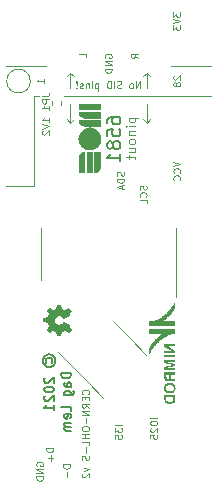
<source format=gbr>
G04 #@! TF.GenerationSoftware,KiCad,Pcbnew,5.1.9-1.fc33*
G04 #@! TF.CreationDate,2021-04-18T22:31:40+02:00*
G04 #@! TF.ProjectId,reDIP-SX,72654449-502d-4535-982e-6b696361645f,0.1*
G04 #@! TF.SameCoordinates,PX5e28010PY8011a50*
G04 #@! TF.FileFunction,Legend,Bot*
G04 #@! TF.FilePolarity,Positive*
%FSLAX46Y46*%
G04 Gerber Fmt 4.6, Leading zero omitted, Abs format (unit mm)*
G04 Created by KiCad (PCBNEW 5.1.9-1.fc33) date 2021-04-18 22:31:40*
%MOMM*%
%LPD*%
G01*
G04 APERTURE LIST*
%ADD10C,0.120000*%
%ADD11C,0.150000*%
%ADD12C,0.100000*%
G04 APERTURE END LIST*
D10*
X3020000Y33020000D02*
X2540000Y33020000D01*
X14381428Y40112858D02*
X14381428Y39741429D01*
X14610000Y39941429D01*
X14610000Y39855715D01*
X14638571Y39798572D01*
X14667142Y39770000D01*
X14724285Y39741429D01*
X14867142Y39741429D01*
X14924285Y39770000D01*
X14952857Y39798572D01*
X14981428Y39855715D01*
X14981428Y40027143D01*
X14952857Y40084286D01*
X14924285Y40112858D01*
X14381428Y39570000D02*
X14981428Y39370000D01*
X14381428Y39170000D01*
X14381428Y39027143D02*
X14381428Y38655715D01*
X14610000Y38855715D01*
X14610000Y38770000D01*
X14638571Y38712858D01*
X14667142Y38684286D01*
X14724285Y38655715D01*
X14867142Y38655715D01*
X14924285Y38684286D01*
X14952857Y38712858D01*
X14981428Y38770000D01*
X14981428Y38941429D01*
X14952857Y38998572D01*
X14924285Y39027143D01*
X7184285Y7792858D02*
X7212857Y7821429D01*
X7241428Y7907143D01*
X7241428Y7964286D01*
X7212857Y8050000D01*
X7155714Y8107143D01*
X7098571Y8135715D01*
X6984285Y8164286D01*
X6898571Y8164286D01*
X6784285Y8135715D01*
X6727142Y8107143D01*
X6670000Y8050000D01*
X6641428Y7964286D01*
X6641428Y7907143D01*
X6670000Y7821429D01*
X6698571Y7792858D01*
X6927142Y7535715D02*
X6927142Y7335715D01*
X7241428Y7250000D02*
X7241428Y7535715D01*
X6641428Y7535715D01*
X6641428Y7250000D01*
X7241428Y6650000D02*
X6955714Y6850000D01*
X7241428Y6992858D02*
X6641428Y6992858D01*
X6641428Y6764286D01*
X6670000Y6707143D01*
X6698571Y6678572D01*
X6755714Y6650000D01*
X6841428Y6650000D01*
X6898571Y6678572D01*
X6927142Y6707143D01*
X6955714Y6764286D01*
X6955714Y6992858D01*
X7241428Y6392858D02*
X6641428Y6392858D01*
X7241428Y6050000D01*
X6641428Y6050000D01*
X7012857Y5764286D02*
X7012857Y5307143D01*
X6641428Y4907143D02*
X6641428Y4792858D01*
X6670000Y4735715D01*
X6727142Y4678572D01*
X6841428Y4650000D01*
X7041428Y4650000D01*
X7155714Y4678572D01*
X7212857Y4735715D01*
X7241428Y4792858D01*
X7241428Y4907143D01*
X7212857Y4964286D01*
X7155714Y5021429D01*
X7041428Y5050000D01*
X6841428Y5050000D01*
X6727142Y5021429D01*
X6670000Y4964286D01*
X6641428Y4907143D01*
X7241428Y4392858D02*
X6641428Y4392858D01*
X6927142Y4392858D02*
X6927142Y4050000D01*
X7241428Y4050000D02*
X6641428Y4050000D01*
X7241428Y3478572D02*
X7241428Y3764286D01*
X6641428Y3764286D01*
X7012857Y3278572D02*
X7012857Y2821429D01*
X7212857Y2564286D02*
X7241428Y2478572D01*
X7241428Y2335715D01*
X7212857Y2278572D01*
X7184285Y2250000D01*
X7127142Y2221429D01*
X7070000Y2221429D01*
X7012857Y2250000D01*
X6984285Y2278572D01*
X6955714Y2335715D01*
X6927142Y2450000D01*
X6898571Y2507143D01*
X6870000Y2535715D01*
X6812857Y2564286D01*
X6755714Y2564286D01*
X6698571Y2535715D01*
X6670000Y2507143D01*
X6641428Y2450000D01*
X6641428Y2307143D01*
X6670000Y2221429D01*
X6841428Y1564286D02*
X7241428Y1421429D01*
X6841428Y1278572D01*
X6698571Y1078572D02*
X6670000Y1050000D01*
X6641428Y992858D01*
X6641428Y850000D01*
X6670000Y792858D01*
X6698571Y764286D01*
X6755714Y735715D01*
X6812857Y735715D01*
X6898571Y764286D01*
X7241428Y1107143D01*
X7241428Y735715D01*
X5670000Y30740000D02*
X5370000Y31040000D01*
X5970000Y31040000D02*
X5670000Y30740000D01*
X5670000Y32370000D02*
X5670000Y30740000D01*
X5670000Y33690000D02*
X5670000Y34980000D01*
X5670000Y34980000D02*
X5970000Y34680000D01*
X5370000Y34680000D02*
X5670000Y34980000D01*
X12130000Y34980000D02*
X12430000Y34680000D01*
X11830000Y34680000D02*
X12130000Y34980000D01*
X12130000Y33690000D02*
X12130000Y34980000D01*
X11580000Y33688572D02*
X11580000Y34288572D01*
X11237142Y33688572D01*
X11237142Y34288572D01*
X10865714Y33688572D02*
X10922857Y33717143D01*
X10951428Y33745715D01*
X10980000Y33802858D01*
X10980000Y33974286D01*
X10951428Y34031429D01*
X10922857Y34060000D01*
X10865714Y34088572D01*
X10780000Y34088572D01*
X10722857Y34060000D01*
X10694285Y34031429D01*
X10665714Y33974286D01*
X10665714Y33802858D01*
X10694285Y33745715D01*
X10722857Y33717143D01*
X10780000Y33688572D01*
X10865714Y33688572D01*
X9980000Y33717143D02*
X9894285Y33688572D01*
X9751428Y33688572D01*
X9694285Y33717143D01*
X9665714Y33745715D01*
X9637142Y33802858D01*
X9637142Y33860000D01*
X9665714Y33917143D01*
X9694285Y33945715D01*
X9751428Y33974286D01*
X9865714Y34002858D01*
X9922857Y34031429D01*
X9951428Y34060000D01*
X9980000Y34117143D01*
X9980000Y34174286D01*
X9951428Y34231429D01*
X9922857Y34260000D01*
X9865714Y34288572D01*
X9722857Y34288572D01*
X9637142Y34260000D01*
X9380000Y33688572D02*
X9380000Y34288572D01*
X9094285Y33688572D02*
X9094285Y34288572D01*
X8951428Y34288572D01*
X8865714Y34260000D01*
X8808571Y34202858D01*
X8780000Y34145715D01*
X8751428Y34031429D01*
X8751428Y33945715D01*
X8780000Y33831429D01*
X8808571Y33774286D01*
X8865714Y33717143D01*
X8951428Y33688572D01*
X9094285Y33688572D01*
X8037142Y34088572D02*
X8037142Y33488572D01*
X8037142Y34060000D02*
X7980000Y34088572D01*
X7865714Y34088572D01*
X7808571Y34060000D01*
X7780000Y34031429D01*
X7751428Y33974286D01*
X7751428Y33802858D01*
X7780000Y33745715D01*
X7808571Y33717143D01*
X7865714Y33688572D01*
X7980000Y33688572D01*
X8037142Y33717143D01*
X7494285Y33688572D02*
X7494285Y34088572D01*
X7494285Y34288572D02*
X7522857Y34260000D01*
X7494285Y34231429D01*
X7465714Y34260000D01*
X7494285Y34288572D01*
X7494285Y34231429D01*
X7208571Y34088572D02*
X7208571Y33688572D01*
X7208571Y34031429D02*
X7180000Y34060000D01*
X7122857Y34088572D01*
X7037142Y34088572D01*
X6980000Y34060000D01*
X6951428Y34002858D01*
X6951428Y33688572D01*
X6694285Y33717143D02*
X6637142Y33688572D01*
X6522857Y33688572D01*
X6465714Y33717143D01*
X6437142Y33774286D01*
X6437142Y33802858D01*
X6465714Y33860000D01*
X6522857Y33888572D01*
X6608571Y33888572D01*
X6665714Y33917143D01*
X6694285Y33974286D01*
X6694285Y34002858D01*
X6665714Y34060000D01*
X6608571Y34088572D01*
X6522857Y34088572D01*
X6465714Y34060000D01*
X6180000Y33745715D02*
X6151428Y33717143D01*
X6180000Y33688572D01*
X6208571Y33717143D01*
X6180000Y33745715D01*
X6180000Y33688572D01*
X6180000Y33917143D02*
X6208571Y34260000D01*
X6180000Y34288572D01*
X6151428Y34260000D01*
X6180000Y33917143D01*
X6180000Y34288572D01*
X14381428Y27470000D02*
X14981428Y27270000D01*
X14381428Y27070000D01*
X14924285Y26527143D02*
X14952857Y26555715D01*
X14981428Y26641429D01*
X14981428Y26698572D01*
X14952857Y26784286D01*
X14895714Y26841429D01*
X14838571Y26870000D01*
X14724285Y26898572D01*
X14638571Y26898572D01*
X14524285Y26870000D01*
X14467142Y26841429D01*
X14410000Y26784286D01*
X14381428Y26698572D01*
X14381428Y26641429D01*
X14410000Y26555715D01*
X14438571Y26527143D01*
X14924285Y25927143D02*
X14952857Y25955715D01*
X14981428Y26041429D01*
X14981428Y26098572D01*
X14952857Y26184286D01*
X14895714Y26241429D01*
X14838571Y26270000D01*
X14724285Y26298572D01*
X14638571Y26298572D01*
X14524285Y26270000D01*
X14467142Y26241429D01*
X14410000Y26184286D01*
X14381428Y26098572D01*
X14381428Y26041429D01*
X14410000Y25955715D01*
X14438571Y25927143D01*
X3401428Y34118572D02*
X3401428Y34461429D01*
X3401428Y34290000D02*
X2801428Y34290000D01*
X2887142Y34347143D01*
X2944285Y34404286D01*
X2972857Y34461429D01*
X12430000Y31040000D02*
X12130000Y30740000D01*
X12130000Y30740000D02*
X11830000Y31040000D01*
X12130000Y32370000D02*
X12130000Y30740000D01*
X2540000Y25400000D02*
X2540000Y33020000D01*
X14170000Y33020000D02*
X5120000Y33020000D01*
X2810000Y1727143D02*
X2781428Y1784286D01*
X2781428Y1870000D01*
X2810000Y1955715D01*
X2867142Y2012858D01*
X2924285Y2041429D01*
X3038571Y2070000D01*
X3124285Y2070000D01*
X3238571Y2041429D01*
X3295714Y2012858D01*
X3352857Y1955715D01*
X3381428Y1870000D01*
X3381428Y1812858D01*
X3352857Y1727143D01*
X3324285Y1698572D01*
X3124285Y1698572D01*
X3124285Y1812858D01*
X3381428Y1441429D02*
X2781428Y1441429D01*
X3381428Y1098572D01*
X2781428Y1098572D01*
X3381428Y812858D02*
X2781428Y812858D01*
X2781428Y670000D01*
X2810000Y584286D01*
X2867142Y527143D01*
X2924285Y498572D01*
X3038571Y470000D01*
X3124285Y470000D01*
X3238571Y498572D01*
X3295714Y527143D01*
X3352857Y584286D01*
X3381428Y670000D01*
X3381428Y812858D01*
X17580000Y33020000D02*
X14170000Y33020000D01*
X10608571Y31176191D02*
X11408571Y31176191D01*
X10646666Y31176191D02*
X10608571Y31100000D01*
X10608571Y30947620D01*
X10646666Y30871429D01*
X10684761Y30833334D01*
X10760952Y30795239D01*
X10989523Y30795239D01*
X11065714Y30833334D01*
X11103809Y30871429D01*
X11141904Y30947620D01*
X11141904Y31100000D01*
X11103809Y31176191D01*
X11141904Y30452381D02*
X10608571Y30452381D01*
X10341904Y30452381D02*
X10380000Y30490477D01*
X10418095Y30452381D01*
X10380000Y30414286D01*
X10341904Y30452381D01*
X10418095Y30452381D01*
X10608571Y30071429D02*
X11141904Y30071429D01*
X10684761Y30071429D02*
X10646666Y30033334D01*
X10608571Y29957143D01*
X10608571Y29842858D01*
X10646666Y29766667D01*
X10722857Y29728572D01*
X11141904Y29728572D01*
X11141904Y29233334D02*
X11103809Y29309524D01*
X11065714Y29347620D01*
X10989523Y29385715D01*
X10760952Y29385715D01*
X10684761Y29347620D01*
X10646666Y29309524D01*
X10608571Y29233334D01*
X10608571Y29119048D01*
X10646666Y29042858D01*
X10684761Y29004762D01*
X10760952Y28966667D01*
X10989523Y28966667D01*
X11065714Y29004762D01*
X11103809Y29042858D01*
X11141904Y29119048D01*
X11141904Y29233334D01*
X10608571Y28280953D02*
X11141904Y28280953D01*
X10608571Y28623810D02*
X11027619Y28623810D01*
X11103809Y28585715D01*
X11141904Y28509524D01*
X11141904Y28395239D01*
X11103809Y28319048D01*
X11065714Y28280953D01*
X10608571Y28014286D02*
X10608571Y27709524D01*
X10341904Y27900000D02*
X11027619Y27900000D01*
X11103809Y27861905D01*
X11141904Y27785715D01*
X11141904Y27709524D01*
X2268237Y34290000D02*
G75*
G03*
X2268237Y34290000I-1000000J0D01*
G01*
X2540000Y25400000D02*
X200000Y25400000D01*
X3610000Y35560000D02*
X200000Y35560000D01*
X17580000Y35560000D02*
X14170000Y35560000D01*
X11381428Y36256286D02*
X11095714Y36456286D01*
X11381428Y36599143D02*
X10781428Y36599143D01*
X10781428Y36370572D01*
X10810000Y36313429D01*
X10838571Y36284858D01*
X10895714Y36256286D01*
X10981428Y36256286D01*
X11038571Y36284858D01*
X11067142Y36313429D01*
X11095714Y36370572D01*
X11095714Y36599143D01*
X6951428Y36303429D02*
X6951428Y36589143D01*
X6351428Y36589143D01*
X8590000Y36264858D02*
X8561428Y36322000D01*
X8561428Y36407715D01*
X8590000Y36493429D01*
X8647142Y36550572D01*
X8704285Y36579143D01*
X8818571Y36607715D01*
X8904285Y36607715D01*
X9018571Y36579143D01*
X9075714Y36550572D01*
X9132857Y36493429D01*
X9161428Y36407715D01*
X9161428Y36350572D01*
X9132857Y36264858D01*
X9104285Y36236286D01*
X8904285Y36236286D01*
X8904285Y36350572D01*
X9161428Y35979143D02*
X8561428Y35979143D01*
X9161428Y35636286D01*
X8561428Y35636286D01*
X9161428Y35350572D02*
X8561428Y35350572D01*
X8561428Y35207715D01*
X8590000Y35122000D01*
X8647142Y35064858D01*
X8704285Y35036286D01*
X8818571Y35007715D01*
X8904285Y35007715D01*
X9018571Y35036286D01*
X9075714Y35064858D01*
X9132857Y35122000D01*
X9161428Y35207715D01*
X9161428Y35350572D01*
D11*
X8777619Y30751905D02*
X8777619Y30961429D01*
X8830000Y31066191D01*
X8882380Y31118572D01*
X9039523Y31223334D01*
X9249047Y31275715D01*
X9668095Y31275715D01*
X9772857Y31223334D01*
X9825238Y31170953D01*
X9877619Y31066191D01*
X9877619Y30856667D01*
X9825238Y30751905D01*
X9772857Y30699524D01*
X9668095Y30647143D01*
X9406190Y30647143D01*
X9301428Y30699524D01*
X9249047Y30751905D01*
X9196666Y30856667D01*
X9196666Y31066191D01*
X9249047Y31170953D01*
X9301428Y31223334D01*
X9406190Y31275715D01*
X8777619Y29651905D02*
X8777619Y30175715D01*
X9301428Y30228096D01*
X9249047Y30175715D01*
X9196666Y30070953D01*
X9196666Y29809048D01*
X9249047Y29704286D01*
X9301428Y29651905D01*
X9406190Y29599524D01*
X9668095Y29599524D01*
X9772857Y29651905D01*
X9825238Y29704286D01*
X9877619Y29809048D01*
X9877619Y30070953D01*
X9825238Y30175715D01*
X9772857Y30228096D01*
X9249047Y28970953D02*
X9196666Y29075715D01*
X9144285Y29128096D01*
X9039523Y29180477D01*
X8987142Y29180477D01*
X8882380Y29128096D01*
X8830000Y29075715D01*
X8777619Y28970953D01*
X8777619Y28761429D01*
X8830000Y28656667D01*
X8882380Y28604286D01*
X8987142Y28551905D01*
X9039523Y28551905D01*
X9144285Y28604286D01*
X9196666Y28656667D01*
X9249047Y28761429D01*
X9249047Y28970953D01*
X9301428Y29075715D01*
X9353809Y29128096D01*
X9458571Y29180477D01*
X9668095Y29180477D01*
X9772857Y29128096D01*
X9825238Y29075715D01*
X9877619Y28970953D01*
X9877619Y28761429D01*
X9825238Y28656667D01*
X9772857Y28604286D01*
X9668095Y28551905D01*
X9458571Y28551905D01*
X9353809Y28604286D01*
X9301428Y28656667D01*
X9249047Y28761429D01*
X9877619Y27504286D02*
X9877619Y28132858D01*
X9877619Y27818572D02*
X8777619Y27818572D01*
X8934761Y27923334D01*
X9039523Y28028096D01*
X9091904Y28132858D01*
X3622380Y10456191D02*
X3584285Y10532381D01*
X3584285Y10684762D01*
X3622380Y10760953D01*
X3698571Y10837143D01*
X3774761Y10875239D01*
X3927142Y10875239D01*
X4003333Y10837143D01*
X4079523Y10760953D01*
X4117619Y10684762D01*
X4117619Y10532381D01*
X4079523Y10456191D01*
X3317619Y10608572D02*
X3355714Y10799048D01*
X3470000Y10989524D01*
X3660476Y11103810D01*
X3850952Y11141905D01*
X4041428Y11103810D01*
X4231904Y10989524D01*
X4346190Y10799048D01*
X4384285Y10608572D01*
X4346190Y10418096D01*
X4231904Y10227620D01*
X4041428Y10113334D01*
X3850952Y10075239D01*
X3660476Y10113334D01*
X3470000Y10227620D01*
X3355714Y10418096D01*
X3317619Y10608572D01*
X3508095Y9160953D02*
X3470000Y9122858D01*
X3431904Y9046667D01*
X3431904Y8856191D01*
X3470000Y8780000D01*
X3508095Y8741905D01*
X3584285Y8703810D01*
X3660476Y8703810D01*
X3774761Y8741905D01*
X4231904Y9199048D01*
X4231904Y8703810D01*
X3431904Y8208572D02*
X3431904Y8132381D01*
X3470000Y8056191D01*
X3508095Y8018096D01*
X3584285Y7980000D01*
X3736666Y7941905D01*
X3927142Y7941905D01*
X4079523Y7980000D01*
X4155714Y8018096D01*
X4193809Y8056191D01*
X4231904Y8132381D01*
X4231904Y8208572D01*
X4193809Y8284762D01*
X4155714Y8322858D01*
X4079523Y8360953D01*
X3927142Y8399048D01*
X3736666Y8399048D01*
X3584285Y8360953D01*
X3508095Y8322858D01*
X3470000Y8284762D01*
X3431904Y8208572D01*
X3508095Y7637143D02*
X3470000Y7599048D01*
X3431904Y7522858D01*
X3431904Y7332381D01*
X3470000Y7256191D01*
X3508095Y7218096D01*
X3584285Y7180000D01*
X3660476Y7180000D01*
X3774761Y7218096D01*
X4231904Y7675239D01*
X4231904Y7180000D01*
X4231904Y6418096D02*
X4231904Y6875239D01*
X4231904Y6646667D02*
X3431904Y6646667D01*
X3546190Y6722858D01*
X3622380Y6799048D01*
X3660476Y6875239D01*
X5691904Y9568096D02*
X4891904Y9568096D01*
X4891904Y9377620D01*
X4930000Y9263334D01*
X5006190Y9187143D01*
X5082380Y9149048D01*
X5234761Y9110953D01*
X5349047Y9110953D01*
X5501428Y9149048D01*
X5577619Y9187143D01*
X5653809Y9263334D01*
X5691904Y9377620D01*
X5691904Y9568096D01*
X5691904Y8425239D02*
X5272857Y8425239D01*
X5196666Y8463334D01*
X5158571Y8539524D01*
X5158571Y8691905D01*
X5196666Y8768096D01*
X5653809Y8425239D02*
X5691904Y8501429D01*
X5691904Y8691905D01*
X5653809Y8768096D01*
X5577619Y8806191D01*
X5501428Y8806191D01*
X5425238Y8768096D01*
X5387142Y8691905D01*
X5387142Y8501429D01*
X5349047Y8425239D01*
X5158571Y7701429D02*
X5806190Y7701429D01*
X5882380Y7739524D01*
X5920476Y7777620D01*
X5958571Y7853810D01*
X5958571Y7968096D01*
X5920476Y8044286D01*
X5653809Y7701429D02*
X5691904Y7777620D01*
X5691904Y7930000D01*
X5653809Y8006191D01*
X5615714Y8044286D01*
X5539523Y8082381D01*
X5310952Y8082381D01*
X5234761Y8044286D01*
X5196666Y8006191D01*
X5158571Y7930000D01*
X5158571Y7777620D01*
X5196666Y7701429D01*
X5691904Y6330000D02*
X5691904Y6710953D01*
X4891904Y6710953D01*
X5653809Y5758572D02*
X5691904Y5834762D01*
X5691904Y5987143D01*
X5653809Y6063334D01*
X5577619Y6101429D01*
X5272857Y6101429D01*
X5196666Y6063334D01*
X5158571Y5987143D01*
X5158571Y5834762D01*
X5196666Y5758572D01*
X5272857Y5720477D01*
X5349047Y5720477D01*
X5425238Y6101429D01*
X5691904Y5377620D02*
X5158571Y5377620D01*
X5234761Y5377620D02*
X5196666Y5339524D01*
X5158571Y5263334D01*
X5158571Y5149048D01*
X5196666Y5072858D01*
X5272857Y5034762D01*
X5691904Y5034762D01*
X5272857Y5034762D02*
X5196666Y4996667D01*
X5158571Y4920477D01*
X5158571Y4806191D01*
X5196666Y4730000D01*
X5272857Y4691905D01*
X5691904Y4691905D01*
D10*
X12092857Y25444286D02*
X12121428Y25358572D01*
X12121428Y25215715D01*
X12092857Y25158572D01*
X12064285Y25130000D01*
X12007142Y25101429D01*
X11950000Y25101429D01*
X11892857Y25130000D01*
X11864285Y25158572D01*
X11835714Y25215715D01*
X11807142Y25330000D01*
X11778571Y25387143D01*
X11750000Y25415715D01*
X11692857Y25444286D01*
X11635714Y25444286D01*
X11578571Y25415715D01*
X11550000Y25387143D01*
X11521428Y25330000D01*
X11521428Y25187143D01*
X11550000Y25101429D01*
X12064285Y24501429D02*
X12092857Y24530000D01*
X12121428Y24615715D01*
X12121428Y24672858D01*
X12092857Y24758572D01*
X12035714Y24815715D01*
X11978571Y24844286D01*
X11864285Y24872858D01*
X11778571Y24872858D01*
X11664285Y24844286D01*
X11607142Y24815715D01*
X11550000Y24758572D01*
X11521428Y24672858D01*
X11521428Y24615715D01*
X11550000Y24530000D01*
X11578571Y24501429D01*
X12121428Y23958572D02*
X12121428Y24244286D01*
X11521428Y24244286D01*
X10192857Y26628572D02*
X10221428Y26542858D01*
X10221428Y26400000D01*
X10192857Y26342858D01*
X10164285Y26314286D01*
X10107142Y26285715D01*
X10050000Y26285715D01*
X9992857Y26314286D01*
X9964285Y26342858D01*
X9935714Y26400000D01*
X9907142Y26514286D01*
X9878571Y26571429D01*
X9850000Y26600000D01*
X9792857Y26628572D01*
X9735714Y26628572D01*
X9678571Y26600000D01*
X9650000Y26571429D01*
X9621428Y26514286D01*
X9621428Y26371429D01*
X9650000Y26285715D01*
X10221428Y26028572D02*
X9621428Y26028572D01*
X9621428Y25885715D01*
X9650000Y25800000D01*
X9707142Y25742858D01*
X9764285Y25714286D01*
X9878571Y25685715D01*
X9964285Y25685715D01*
X10078571Y25714286D01*
X10135714Y25742858D01*
X10192857Y25800000D01*
X10221428Y25885715D01*
X10221428Y26028572D01*
X10050000Y25457143D02*
X10050000Y25171429D01*
X10221428Y25514286D02*
X9621428Y25314286D01*
X10221428Y25114286D01*
X3871428Y30841429D02*
X3871428Y31184286D01*
X3871428Y31012858D02*
X3271428Y31012858D01*
X3357142Y31070000D01*
X3414285Y31127143D01*
X3442857Y31184286D01*
X3271428Y30670000D02*
X3871428Y30470000D01*
X3271428Y30270000D01*
X3328571Y30098572D02*
X3300000Y30070000D01*
X3271428Y30012858D01*
X3271428Y29870000D01*
X3300000Y29812858D01*
X3328571Y29784286D01*
X3385714Y29755715D01*
X3442857Y29755715D01*
X3528571Y29784286D01*
X3871428Y30127143D01*
X3871428Y29755715D01*
X14438571Y34747143D02*
X14410000Y34718572D01*
X14381428Y34661429D01*
X14381428Y34518572D01*
X14410000Y34461429D01*
X14438571Y34432858D01*
X14495714Y34404286D01*
X14552857Y34404286D01*
X14638571Y34432858D01*
X14981428Y34775715D01*
X14981428Y34404286D01*
X14638571Y34061429D02*
X14610000Y34118572D01*
X14581428Y34147143D01*
X14524285Y34175715D01*
X14495714Y34175715D01*
X14438571Y34147143D01*
X14410000Y34118572D01*
X14381428Y34061429D01*
X14381428Y33947143D01*
X14410000Y33890000D01*
X14438571Y33861429D01*
X14495714Y33832858D01*
X14524285Y33832858D01*
X14581428Y33861429D01*
X14610000Y33890000D01*
X14638571Y33947143D01*
X14638571Y34061429D01*
X14667142Y34118572D01*
X14695714Y34147143D01*
X14752857Y34175715D01*
X14867142Y34175715D01*
X14924285Y34147143D01*
X14952857Y34118572D01*
X14981428Y34061429D01*
X14981428Y33947143D01*
X14952857Y33890000D01*
X14924285Y33861429D01*
X14867142Y33832858D01*
X14752857Y33832858D01*
X14695714Y33861429D01*
X14667142Y33890000D01*
X14638571Y33947143D01*
X10031428Y5171429D02*
X9431428Y5171429D01*
X9431428Y4942858D02*
X9431428Y4571429D01*
X9660000Y4771429D01*
X9660000Y4685715D01*
X9688571Y4628572D01*
X9717142Y4600000D01*
X9774285Y4571429D01*
X9917142Y4571429D01*
X9974285Y4600000D01*
X10002857Y4628572D01*
X10031428Y4685715D01*
X10031428Y4857143D01*
X10002857Y4914286D01*
X9974285Y4942858D01*
X9431428Y4028572D02*
X9431428Y4314286D01*
X9717142Y4342858D01*
X9688571Y4314286D01*
X9660000Y4257143D01*
X9660000Y4114286D01*
X9688571Y4057143D01*
X9717142Y4028572D01*
X9774285Y4000000D01*
X9917142Y4000000D01*
X9974285Y4028572D01*
X10002857Y4057143D01*
X10031428Y4114286D01*
X10031428Y4257143D01*
X10002857Y4314286D01*
X9974285Y4342858D01*
X13031428Y5805715D02*
X12431428Y5805715D01*
X12431428Y5405715D02*
X12431428Y5291429D01*
X12460000Y5234286D01*
X12517142Y5177143D01*
X12631428Y5148572D01*
X12831428Y5148572D01*
X12945714Y5177143D01*
X13002857Y5234286D01*
X13031428Y5291429D01*
X13031428Y5405715D01*
X13002857Y5462858D01*
X12945714Y5520000D01*
X12831428Y5548572D01*
X12631428Y5548572D01*
X12517142Y5520000D01*
X12460000Y5462858D01*
X12431428Y5405715D01*
X12488571Y4920000D02*
X12460000Y4891429D01*
X12431428Y4834286D01*
X12431428Y4691429D01*
X12460000Y4634286D01*
X12488571Y4605715D01*
X12545714Y4577143D01*
X12602857Y4577143D01*
X12688571Y4605715D01*
X13031428Y4948572D01*
X13031428Y4577143D01*
X12431428Y4034286D02*
X12431428Y4320000D01*
X12717142Y4348572D01*
X12688571Y4320000D01*
X12660000Y4262858D01*
X12660000Y4120000D01*
X12688571Y4062858D01*
X12717142Y4034286D01*
X12774285Y4005715D01*
X12917142Y4005715D01*
X12974285Y4034286D01*
X13002857Y4062858D01*
X13031428Y4120000D01*
X13031428Y4262858D01*
X13002857Y4320000D01*
X12974285Y4348572D01*
X4231428Y3218572D02*
X3631428Y3218572D01*
X3631428Y3075715D01*
X3660000Y2990000D01*
X3717142Y2932858D01*
X3774285Y2904286D01*
X3888571Y2875715D01*
X3974285Y2875715D01*
X4088571Y2904286D01*
X4145714Y2932858D01*
X4202857Y2990000D01*
X4231428Y3075715D01*
X4231428Y3218572D01*
X4002857Y2618572D02*
X4002857Y2161429D01*
X4231428Y2390000D02*
X3774285Y2390000D01*
X5641428Y1828572D02*
X5041428Y1828572D01*
X5041428Y1685715D01*
X5070000Y1600000D01*
X5127142Y1542858D01*
X5184285Y1514286D01*
X5298571Y1485715D01*
X5384285Y1485715D01*
X5498571Y1514286D01*
X5555714Y1542858D01*
X5612857Y1600000D01*
X5641428Y1685715D01*
X5641428Y1828572D01*
X5412857Y1228572D02*
X5412857Y771429D01*
X3140000Y21860000D02*
X3140000Y17460000D01*
X14640000Y16010000D02*
X14640000Y21860000D01*
X4140000Y32583641D02*
X4140000Y32276359D01*
X4900000Y32583641D02*
X4900000Y32276359D01*
D12*
G36*
X7310000Y28419214D02*
G01*
X7467156Y28431936D01*
X7616237Y28468768D01*
X7755251Y28527708D01*
X7882201Y28606755D01*
X7995094Y28703909D01*
X8091933Y28817167D01*
X8170725Y28944529D01*
X8229475Y29083993D01*
X8266188Y29233559D01*
X8278869Y29391224D01*
X8266188Y29548889D01*
X8229475Y29698454D01*
X8170725Y29837918D01*
X8091933Y29965280D01*
X7995094Y30078538D01*
X7882201Y30175692D01*
X7755251Y30254739D01*
X7616237Y30313679D01*
X7467156Y30350511D01*
X7310000Y30363233D01*
X7152844Y30350511D01*
X7003763Y30313679D01*
X6864749Y30254739D01*
X6737799Y30175692D01*
X6624906Y30078538D01*
X6528067Y29965280D01*
X6449275Y29837918D01*
X6390525Y29698454D01*
X6353812Y29548889D01*
X6341131Y29391224D01*
X6353812Y29233559D01*
X6390525Y29083993D01*
X6449275Y28944529D01*
X6528067Y28817167D01*
X6624906Y28703909D01*
X6737799Y28606755D01*
X6864749Y28527708D01*
X7003763Y28468768D01*
X7152844Y28431936D01*
X7310000Y28419214D01*
G37*
G36*
X6363579Y32323247D02*
G01*
X6363579Y31835192D01*
X6397258Y31801513D01*
X8234900Y31801513D01*
X8268579Y31835192D01*
X8268579Y32323247D01*
X8234900Y32356927D01*
X6397258Y32356927D01*
X6363579Y32323247D01*
G37*
G36*
X6360700Y31666259D02*
G01*
X6360700Y31621752D01*
X6397113Y31460943D01*
X6477416Y31320164D01*
X6592340Y31207928D01*
X6732619Y31132748D01*
X6888983Y31103137D01*
X8234268Y31103137D01*
X8268473Y31137342D01*
X8268473Y31666259D01*
X8234268Y31700464D01*
X6394906Y31700464D01*
X6360700Y31666259D01*
G37*
G36*
X6360192Y30987020D02*
G01*
X6360192Y30942622D01*
X6395944Y30773530D01*
X6482022Y30631551D01*
X6604945Y30522753D01*
X6751236Y30453205D01*
X6907414Y30428977D01*
X8235566Y30428977D01*
X8269432Y30462844D01*
X8269432Y30987020D01*
X8235566Y31020887D01*
X6394059Y31020887D01*
X6360192Y30987020D01*
G37*
G36*
X6361886Y27790920D02*
G01*
X6361886Y26575040D01*
X6395752Y26541173D01*
X6896979Y26541173D01*
X6930846Y26575040D01*
X6930846Y28291233D01*
X6896979Y28325100D01*
X6845520Y28325100D01*
X6712651Y28298068D01*
X6583150Y28230562D01*
X6471720Y28123154D01*
X6393065Y27976416D01*
X6361886Y27790920D01*
G37*
G36*
X7041572Y28290498D02*
G01*
X7041572Y26558188D01*
X7075438Y26524322D01*
X7551707Y26524322D01*
X7585574Y26558188D01*
X7585574Y28290498D01*
X7551707Y28324365D01*
X7075438Y28324365D01*
X7041572Y28290498D01*
G37*
G36*
X7692846Y28285307D02*
G01*
X7692846Y26536940D01*
X7726712Y26503073D01*
X7768432Y26503073D01*
X7873901Y26523419D01*
X7986269Y26569879D01*
X8093771Y26647262D01*
X8184642Y26760376D01*
X8247115Y26914028D01*
X8269425Y27113025D01*
X8269425Y28285307D01*
X8235559Y28319173D01*
X7726712Y28319173D01*
X7692846Y28285307D01*
G37*
G36*
X14319035Y8489591D02*
G01*
X13985462Y8741386D01*
X14080910Y8746942D01*
X14174777Y8741386D01*
X14259412Y8724717D01*
X14334818Y8696936D01*
X14400994Y8658042D01*
X14457941Y8608036D01*
X14504611Y8550492D01*
X14537942Y8481393D01*
X14557937Y8400738D01*
X14564601Y8308528D01*
X14557937Y8216327D01*
X14537942Y8135673D01*
X14504611Y8066565D01*
X14457941Y8009002D01*
X14400994Y7959222D01*
X14334818Y7920502D01*
X14259412Y7892842D01*
X14174777Y7876246D01*
X14080910Y7870713D01*
X13985462Y7876246D01*
X13900036Y7892842D01*
X13824630Y7920502D01*
X13759245Y7959222D01*
X13703878Y8009002D01*
X13657218Y8066565D01*
X13623886Y8135673D01*
X13603885Y8216327D01*
X13597218Y8308528D01*
X13603885Y8400738D01*
X13623886Y8481393D01*
X13657218Y8550492D01*
X13703878Y8608036D01*
X13759245Y8658042D01*
X13824630Y8696936D01*
X13900036Y8724717D01*
X13985462Y8741386D01*
X14319035Y8489591D01*
X14255370Y8527153D01*
X14175995Y8549678D01*
X14080910Y8557183D01*
X13985825Y8549678D01*
X13906450Y8527153D01*
X13842785Y8489591D01*
X13796276Y8439438D01*
X13768371Y8379083D01*
X13759069Y8308528D01*
X13768408Y8238070D01*
X13796420Y8178026D01*
X13843095Y8128382D01*
X13906870Y8091348D01*
X13986143Y8069119D01*
X14080910Y8061707D01*
X14175995Y8069119D01*
X14255370Y8091348D01*
X14319035Y8128382D01*
X14365544Y8178026D01*
X14393449Y8238070D01*
X14402751Y8308528D01*
X14393449Y8379083D01*
X14365544Y8439438D01*
X14319035Y8489591D01*
G37*
G36*
X13799996Y9123674D02*
G01*
X13625124Y9625359D01*
X14539176Y9625359D01*
X14539176Y9438704D01*
X14180749Y9438704D01*
X14180749Y9241501D01*
X14188040Y9170580D01*
X14209894Y9126461D01*
X14253615Y9103135D01*
X14326476Y9094534D01*
X14411432Y9093300D01*
X14490187Y9085239D01*
X14539176Y9072821D01*
X14539176Y8862600D01*
X14516232Y8862600D01*
X14464142Y8897331D01*
X14379187Y8902288D01*
X14317795Y8902288D01*
X14234009Y8908885D01*
X14174858Y8928658D01*
X14133395Y8964234D01*
X14102614Y9018264D01*
X14067350Y8953308D01*
X14013628Y8909732D01*
X13950145Y8885092D01*
X13885573Y8876870D01*
X13834571Y8881216D01*
X13789455Y8894227D01*
X13712560Y8941358D01*
X13675516Y8981286D01*
X13648688Y9029112D01*
X13631950Y9091990D01*
X13625124Y9177014D01*
X13625124Y9625359D01*
X13799996Y9123674D01*
X13842175Y9082286D01*
X13911619Y9068482D01*
X13975805Y9082751D01*
X14014557Y9125543D01*
X14025720Y9165853D01*
X14029441Y9222275D01*
X14029441Y9438704D01*
X13783874Y9438704D01*
X13783874Y9216701D01*
X13787910Y9162435D01*
X13799996Y9123674D01*
G37*
G36*
X14343840Y10264045D02*
G01*
X13625124Y10099104D01*
X13625124Y9824396D01*
X14539176Y9824396D01*
X14539176Y10002355D01*
X13920920Y10002355D01*
X13846196Y10001738D01*
X13772091Y10001120D01*
X14539176Y10174140D01*
X14539176Y10359542D01*
X13772091Y10531328D01*
X13846196Y10530710D01*
X13920920Y10530075D01*
X14539176Y10530075D01*
X14539176Y10708052D01*
X13625124Y10708052D01*
X13625124Y10430239D01*
X14343840Y10264045D01*
G37*
G36*
X13625124Y11090339D02*
G01*
X14539176Y11090339D01*
X14539176Y10900580D01*
X13625124Y10900580D01*
X13625124Y11090339D01*
G37*
G36*
X14539176Y12013047D02*
G01*
X13625124Y12013047D01*
X13625124Y11812740D01*
X14263225Y11448744D01*
X13625124Y11448744D01*
X13625124Y11270767D01*
X14539176Y11270767D01*
X14539176Y11461761D01*
X13889914Y11835071D01*
X14539176Y11835071D01*
X14539176Y12013047D01*
G37*
G36*
X12335857Y13936832D02*
G01*
X12344059Y13936832D01*
X12424475Y13940341D01*
X12505219Y13948922D01*
X12586167Y13962371D01*
X12667193Y13980479D01*
X12748174Y14003041D01*
X12828986Y14029850D01*
X12909504Y14060699D01*
X12989604Y14095381D01*
X13069161Y14133689D01*
X13148051Y14175417D01*
X13226150Y14220359D01*
X13303333Y14268307D01*
X13379477Y14319054D01*
X13454456Y14372395D01*
X13528146Y14428122D01*
X13600424Y14486029D01*
X13671164Y14545909D01*
X13740242Y14607555D01*
X13807535Y14670761D01*
X13872917Y14735320D01*
X13936264Y14801024D01*
X13997453Y14867668D01*
X14056358Y14935045D01*
X14112855Y15002948D01*
X14166820Y15071171D01*
X14218129Y15139506D01*
X14266657Y15207747D01*
X14312280Y15275687D01*
X14354873Y15343120D01*
X14394313Y15409839D01*
X14430474Y15475637D01*
X14463233Y15540307D01*
X14492465Y15603643D01*
X14518046Y15665439D01*
X14539852Y15725486D01*
X14539721Y15689805D01*
X14539745Y15609348D01*
X14539858Y15502192D01*
X14539993Y15386412D01*
X14540085Y15280085D01*
X14540067Y15201288D01*
X14539873Y15168097D01*
X14509903Y15098735D01*
X14475904Y15028859D01*
X14438027Y14958649D01*
X14396423Y14888287D01*
X14351243Y14817951D01*
X14302638Y14747821D01*
X14250759Y14678079D01*
X14195755Y14608903D01*
X14137780Y14540473D01*
X14076982Y14472970D01*
X14013514Y14406574D01*
X13947525Y14341464D01*
X13879168Y14277820D01*
X13808592Y14215823D01*
X13735949Y14155652D01*
X13661389Y14097488D01*
X13585064Y14041510D01*
X13507124Y13987898D01*
X13427720Y13936832D01*
X14539314Y13936832D01*
X14539314Y13519602D01*
X12335857Y13518491D01*
X12335857Y13936832D01*
G37*
G36*
X12335945Y11661328D02*
G01*
X12365914Y11730672D01*
X12399912Y11800497D01*
X12437788Y11870627D01*
X12479391Y11940885D01*
X12524571Y12011095D01*
X12573176Y12081082D01*
X12625056Y12150669D01*
X12680060Y12219680D01*
X12738036Y12287938D01*
X12798834Y12355268D01*
X12862304Y12421493D01*
X12928293Y12486437D01*
X12996651Y12549925D01*
X13067227Y12611779D01*
X13139871Y12671824D01*
X13214431Y12729883D01*
X13290757Y12785781D01*
X13368697Y12839342D01*
X13448100Y12890388D01*
X12336510Y12890388D01*
X12336510Y13307618D01*
X14539948Y13307618D01*
X14539948Y12890388D01*
X14531763Y12890388D01*
X14451347Y12886872D01*
X14370603Y12878267D01*
X14289655Y12864781D01*
X14208629Y12846621D01*
X14127647Y12823996D01*
X14046836Y12797113D01*
X13966318Y12766178D01*
X13886218Y12731401D01*
X13806661Y12692989D01*
X13727771Y12651149D01*
X13649672Y12606089D01*
X13572488Y12558016D01*
X13496345Y12507139D01*
X13421366Y12453664D01*
X13347675Y12397799D01*
X13275398Y12339753D01*
X13204658Y12279732D01*
X13135579Y12217945D01*
X13068286Y12154598D01*
X13002904Y12089900D01*
X12939557Y12024059D01*
X12878368Y11957280D01*
X12819463Y11889774D01*
X12762965Y11821746D01*
X12709000Y11753405D01*
X12657691Y11684958D01*
X12609162Y11616613D01*
X12563539Y11548577D01*
X12520945Y11481059D01*
X12481505Y11414265D01*
X12445343Y11348404D01*
X12412584Y11283683D01*
X12383351Y11220309D01*
X12357769Y11158491D01*
X12335963Y11098435D01*
X12335783Y11129607D01*
X12335707Y11210106D01*
X12335708Y11320186D01*
X12335760Y11440096D01*
X12335835Y11550089D01*
X12335906Y11630415D01*
X12335945Y11661328D01*
G37*
G36*
X13861168Y7192321D02*
G01*
X14304474Y6995672D01*
X14230758Y6972807D01*
X14150065Y6959087D01*
X14062396Y6954514D01*
X13988610Y6958860D01*
X13911088Y6971870D01*
X13834508Y6996845D01*
X13763499Y7036993D01*
X13713132Y7080748D01*
X13674476Y7132633D01*
X13647531Y7192639D01*
X13633276Y7256218D01*
X13627687Y7334032D01*
X13627687Y7727803D01*
X14541747Y7727803D01*
X14541747Y7334032D01*
X14534926Y7255501D01*
X14514463Y7185602D01*
X14480358Y7124332D01*
X14432608Y7071692D01*
X14371214Y7027680D01*
X14304474Y6995672D01*
X13861168Y7192321D01*
X13918187Y7168038D01*
X13989603Y7153469D01*
X14075419Y7148612D01*
X14169529Y7155906D01*
X14249671Y7177751D01*
X14323744Y7222407D01*
X14368184Y7285249D01*
X14382997Y7366276D01*
X14382997Y7542383D01*
X13786437Y7542383D01*
X13786437Y7366276D01*
X13794743Y7289070D01*
X13819656Y7231086D01*
X13861168Y7192321D01*
G37*
D10*
X10700193Y12500193D02*
X12079052Y11121335D01*
X10700193Y12500193D02*
X9321335Y13879052D01*
X7079807Y8879807D02*
X8458665Y7500948D01*
X7079807Y8879807D02*
X4640288Y11319325D01*
D12*
G36*
X4526541Y12726016D02*
G01*
X4465879Y13052228D01*
X4449269Y13071536D01*
X4215986Y13171528D01*
X4190765Y13169941D01*
X3913746Y12979877D01*
X3891204Y12981961D01*
X3653813Y13219352D01*
X3651729Y13241874D01*
X3845166Y13523755D01*
X3846992Y13549095D01*
X3754421Y13775235D01*
X3735331Y13791904D01*
X3397928Y13854709D01*
X3383462Y13872112D01*
X3383462Y14207868D01*
X3397928Y14225251D01*
X3735331Y14288037D01*
X3754421Y14304706D01*
X3846992Y14530865D01*
X3845166Y14556205D01*
X3651729Y14838066D01*
X3653813Y14860609D01*
X3891204Y15098019D01*
X3913746Y15100103D01*
X4190765Y14910019D01*
X4215986Y14908452D01*
X4449269Y15008464D01*
X4465879Y15027772D01*
X4526541Y15353964D01*
X4543964Y15368430D01*
X4879700Y15368410D01*
X4897123Y15353944D01*
X4956337Y15035749D01*
X4973065Y15016858D01*
X5221211Y14917520D01*
X5246552Y14919406D01*
X5509938Y15100142D01*
X5532500Y15098059D01*
X5769891Y14860628D01*
X5771974Y14838086D01*
X5594393Y14579363D01*
X5593539Y14554558D01*
X5654460Y14440457D01*
X5647554Y14421704D01*
X5079090Y14186437D01*
X5057838Y14193343D01*
X5040355Y14221898D01*
X5026524Y14239956D01*
X4945324Y14330162D01*
X4838596Y14389773D01*
X4713767Y14411306D01*
X4596407Y14392376D01*
X4494482Y14339663D01*
X4414108Y14259286D01*
X4361399Y14157362D01*
X4342470Y14040010D01*
X4361399Y13922660D01*
X4414108Y13820741D01*
X4494482Y13740370D01*
X4596407Y13687662D01*
X4713767Y13668733D01*
X4838596Y13690262D01*
X4945324Y13749869D01*
X5026524Y13840084D01*
X5040355Y13858102D01*
X5057838Y13886657D01*
X5079090Y13893563D01*
X5647574Y13658315D01*
X5654479Y13639563D01*
X5593559Y13525461D01*
X5594412Y13500657D01*
X5771994Y13241914D01*
X5769911Y13219391D01*
X5532520Y12981961D01*
X5509957Y12979877D01*
X5246571Y13160634D01*
X5221231Y13162499D01*
X4973085Y13063162D01*
X4956357Y13044290D01*
X4897143Y12726096D01*
X4879720Y12711630D01*
X4543984Y12711590D01*
X4526541Y12726016D01*
G37*
D10*
X3291428Y33020000D02*
X3720000Y33020000D01*
X3805714Y33048572D01*
X3862857Y33105715D01*
X3891428Y33191429D01*
X3891428Y33248572D01*
X3891428Y32734286D02*
X3291428Y32734286D01*
X3291428Y32505715D01*
X3320000Y32448572D01*
X3348571Y32420000D01*
X3405714Y32391429D01*
X3491428Y32391429D01*
X3548571Y32420000D01*
X3577142Y32448572D01*
X3605714Y32505715D01*
X3605714Y32734286D01*
X3891428Y31820000D02*
X3891428Y32162858D01*
X3891428Y31991429D02*
X3291428Y31991429D01*
X3377142Y32048572D01*
X3434285Y32105715D01*
X3462857Y32162858D01*
M02*

</source>
